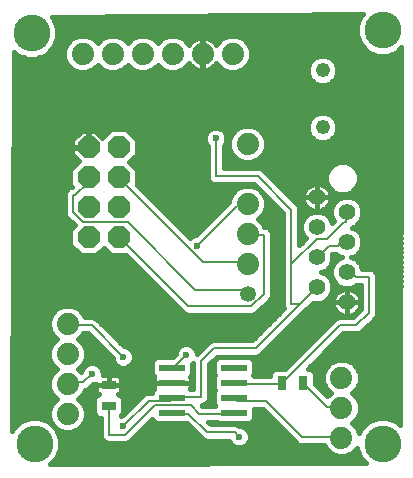
<source format=gbl>
G75*
%MOIN*%
%OFA0B0*%
%FSLAX24Y24*%
%IPPOS*%
%LPD*%
%AMOC8*
5,1,8,0,0,1.08239X$1,22.5*
%
%ADD10R,0.0870X0.0240*%
%ADD11C,0.0480*%
%ADD12R,0.0472X0.0315*%
%ADD13R,0.0315X0.0472*%
%ADD14C,0.0740*%
%ADD15C,0.0531*%
%ADD16OC8,0.0740*%
%ADD17C,0.0560*%
%ADD18C,0.0059*%
%ADD19C,0.0236*%
%ADD20C,0.0160*%
%ADD21C,0.1227*%
D10*
X007670Y003720D03*
X007670Y004220D03*
X007670Y004720D03*
X007670Y005220D03*
X009730Y005220D03*
X009730Y004720D03*
X009730Y004220D03*
X009730Y003720D03*
D11*
X012680Y013230D03*
X012680Y015130D03*
D12*
X005550Y004654D03*
X005550Y003945D03*
D13*
X011316Y004710D03*
X012024Y004710D03*
D14*
X013310Y004880D03*
X013310Y003880D03*
X013310Y002880D03*
X010180Y008680D03*
X010180Y009680D03*
X010180Y010680D03*
X010180Y012680D03*
X009680Y015680D03*
X008680Y015680D03*
X007680Y015680D03*
X006680Y015680D03*
X005680Y015680D03*
X004680Y015680D03*
X004180Y006680D03*
X004180Y005680D03*
X004180Y004680D03*
X004180Y003680D03*
D15*
X010180Y007680D03*
D16*
X005880Y009570D03*
X005880Y010570D03*
X005880Y011570D03*
X005880Y012570D03*
X004880Y012570D03*
X004880Y011570D03*
X004880Y010570D03*
X004880Y009570D03*
D17*
X012490Y009900D03*
X012490Y010900D03*
X013490Y010400D03*
X013490Y009400D03*
X013490Y008400D03*
X013490Y007400D03*
X012490Y007900D03*
X012490Y008900D03*
D18*
X012550Y008940D01*
X012900Y009290D01*
X013180Y009290D01*
X013250Y009360D01*
X013460Y009360D01*
X013490Y009400D01*
X013460Y010060D02*
X013390Y010060D01*
X012830Y009500D01*
X012480Y009500D01*
X011710Y008730D01*
X011640Y008730D01*
X011640Y010480D01*
X010520Y011600D01*
X009120Y011600D01*
X009120Y012860D01*
X009820Y010620D02*
X010170Y010620D01*
X010180Y010680D01*
X009820Y010620D02*
X008490Y009290D01*
X008700Y008730D02*
X010170Y008730D01*
X010180Y008680D01*
X010030Y007820D02*
X008420Y007820D01*
X006180Y010060D01*
X004710Y010060D01*
X004360Y010410D01*
X004360Y010970D01*
X004430Y010970D01*
X004850Y011390D01*
X004850Y011530D01*
X004880Y011570D01*
X005880Y011570D02*
X005900Y011530D01*
X008700Y008730D01*
X008210Y007260D02*
X010310Y007260D01*
X010730Y007680D01*
X010730Y009640D01*
X010240Y009640D01*
X010180Y009680D01*
X011640Y008660D02*
X011640Y007330D01*
X011920Y007330D01*
X012490Y007900D01*
X011920Y007330D02*
X010450Y005860D01*
X009050Y005860D01*
X008630Y005440D01*
X008630Y004250D01*
X007720Y004250D01*
X007670Y004220D01*
X007650Y004180D01*
X007580Y004110D01*
X006880Y004110D01*
X006040Y003270D01*
X006110Y002990D02*
X007090Y003970D01*
X008280Y003970D01*
X008560Y003690D01*
X009680Y003690D01*
X009730Y003720D01*
X009820Y004110D02*
X010800Y004110D01*
X011990Y002920D01*
X013250Y002920D01*
X013310Y002880D01*
X013310Y003880D02*
X013250Y003900D01*
X012830Y003900D01*
X012060Y004670D01*
X012024Y004710D01*
X011360Y004740D02*
X011316Y004710D01*
X011290Y004670D01*
X009750Y004670D01*
X009730Y004720D01*
X009730Y004220D02*
X009750Y004180D01*
X009820Y004110D01*
X009750Y003060D02*
X008840Y003060D01*
X008210Y003690D01*
X007720Y003690D01*
X007670Y003720D01*
X007670Y005220D02*
X007720Y005230D01*
X008140Y005650D01*
X008210Y007260D02*
X005900Y009570D01*
X005880Y009570D01*
X004990Y006630D02*
X004220Y006630D01*
X004180Y006680D01*
X004990Y006630D02*
X006040Y005580D01*
X004990Y005020D02*
X004710Y004740D01*
X004220Y004740D01*
X004180Y004680D01*
X005550Y003945D02*
X005550Y002990D01*
X006110Y002990D01*
X009750Y003060D02*
X009890Y002920D01*
X011360Y004740D02*
X013250Y006630D01*
X013810Y006630D01*
X014230Y007050D01*
X014230Y008240D01*
X013810Y008240D01*
X013600Y008450D01*
X013530Y008450D01*
X013490Y008400D01*
X013460Y010060D02*
X013460Y010340D01*
X013490Y010400D01*
X011710Y008730D02*
X011640Y008660D01*
X010180Y007680D02*
X010170Y007680D01*
X010030Y007820D01*
D19*
X008490Y009290D03*
X009120Y012860D03*
X008140Y005650D03*
X006040Y005580D03*
X004990Y005020D03*
X006040Y003270D03*
X009890Y002920D03*
D20*
X002338Y003118D02*
X002412Y015741D01*
X002497Y015656D01*
X002810Y015526D01*
X003150Y015526D01*
X003463Y015656D01*
X003703Y015896D01*
X003833Y016210D01*
X003833Y016549D01*
X003703Y016863D01*
X003655Y016911D01*
X014013Y017020D01*
X013957Y016963D01*
X013827Y016649D01*
X013827Y016310D01*
X013957Y015996D01*
X014197Y015756D01*
X014510Y015626D01*
X014850Y015626D01*
X015163Y015756D01*
X015306Y015898D01*
X015265Y003302D01*
X015163Y003403D01*
X014850Y003533D01*
X014510Y003533D01*
X014197Y003403D01*
X013957Y003163D01*
X013905Y003038D01*
X013827Y003225D01*
X013673Y003380D01*
X013827Y003534D01*
X013920Y003758D01*
X013920Y004001D01*
X013827Y004225D01*
X013673Y004380D01*
X013827Y004534D01*
X013920Y004758D01*
X013920Y005001D01*
X013827Y005225D01*
X013656Y005397D01*
X013431Y005490D01*
X013189Y005490D01*
X012964Y005397D01*
X012793Y005225D01*
X012700Y005001D01*
X012700Y004758D01*
X012793Y004534D01*
X012947Y004380D01*
X012839Y004272D01*
X012422Y004689D01*
X012422Y004994D01*
X012385Y005082D01*
X012318Y005149D01*
X012230Y005186D01*
X012187Y005186D01*
X013362Y006360D01*
X013864Y006360D01*
X013963Y006401D01*
X014038Y006477D01*
X014383Y006821D01*
X014458Y006897D01*
X014500Y006996D01*
X014500Y008293D01*
X014458Y008392D01*
X014383Y008468D01*
X014284Y008509D01*
X014007Y008509D01*
X013931Y008694D01*
X013785Y008841D01*
X013642Y008900D01*
X013785Y008959D01*
X013931Y009105D01*
X014010Y009296D01*
X014010Y009503D01*
X013931Y009694D01*
X013785Y009841D01*
X013670Y009888D01*
X013688Y009907D01*
X013695Y009922D01*
X013785Y009959D01*
X013931Y010105D01*
X014010Y010296D01*
X014010Y010503D01*
X013931Y010694D01*
X013785Y010841D01*
X013593Y010920D01*
X013387Y010920D01*
X013195Y010841D01*
X013049Y010694D01*
X012970Y010503D01*
X012970Y010296D01*
X013049Y010105D01*
X013052Y010103D01*
X012993Y010044D01*
X012931Y010194D01*
X012785Y010341D01*
X012593Y010420D01*
X012387Y010420D01*
X012195Y010341D01*
X012049Y010194D01*
X011970Y010003D01*
X011970Y009796D01*
X012049Y009605D01*
X012127Y009528D01*
X011910Y009310D01*
X011910Y010533D01*
X011868Y010632D01*
X011793Y010708D01*
X010673Y011828D01*
X010574Y011869D01*
X009390Y011869D01*
X009390Y012623D01*
X009424Y012657D01*
X009478Y012788D01*
X009478Y012931D01*
X009424Y013063D01*
X009323Y013163D01*
X009191Y013218D01*
X009049Y013218D01*
X008917Y013163D01*
X008816Y013063D01*
X008762Y012931D01*
X008762Y012788D01*
X008816Y012657D01*
X008850Y012623D01*
X008850Y011546D01*
X008892Y011447D01*
X008967Y011371D01*
X009066Y011330D01*
X010408Y011330D01*
X011370Y010368D01*
X011370Y007276D01*
X011404Y007195D01*
X010338Y006129D01*
X008996Y006129D01*
X008897Y006088D01*
X008498Y005689D01*
X008498Y005721D01*
X008444Y005853D01*
X008343Y005953D01*
X008211Y006008D01*
X008069Y006008D01*
X007937Y005953D01*
X007836Y005853D01*
X007782Y005721D01*
X007782Y005673D01*
X007689Y005580D01*
X007187Y005580D01*
X007099Y005543D01*
X007032Y005476D01*
X006995Y005387D01*
X006995Y005052D01*
X007032Y004964D01*
X007074Y004921D01*
X007067Y004909D01*
X007055Y004863D01*
X007055Y004720D01*
X007670Y004720D01*
X007670Y004720D01*
X008285Y004720D01*
X008285Y004863D01*
X008273Y004909D01*
X008266Y004921D01*
X008308Y004964D01*
X008345Y005052D01*
X008345Y005348D01*
X008360Y005364D01*
X008360Y004519D01*
X008266Y004519D01*
X008273Y004530D01*
X008285Y004576D01*
X008285Y004720D01*
X007670Y004720D01*
X007670Y004720D01*
X007055Y004720D01*
X007055Y004576D01*
X007067Y004530D01*
X007074Y004518D01*
X007032Y004476D01*
X006995Y004387D01*
X006995Y004379D01*
X006826Y004379D01*
X006727Y004338D01*
X006652Y004262D01*
X006017Y003628D01*
X005969Y003628D01*
X005963Y003626D01*
X005990Y003652D01*
X006026Y003740D01*
X006026Y004151D01*
X005990Y004239D01*
X005922Y004306D01*
X005861Y004332D01*
X005897Y004353D01*
X005930Y004386D01*
X005954Y004427D01*
X005966Y004473D01*
X005966Y004654D01*
X005550Y004654D01*
X005134Y004654D01*
X005134Y004473D01*
X005146Y004427D01*
X005170Y004386D01*
X005203Y004353D01*
X005239Y004332D01*
X005178Y004306D01*
X005110Y004239D01*
X005074Y004151D01*
X005074Y003740D01*
X005110Y003652D01*
X005178Y003584D01*
X005266Y003548D01*
X005280Y003548D01*
X005280Y002936D01*
X005322Y002837D01*
X005397Y002761D01*
X005496Y002720D01*
X006164Y002720D01*
X006263Y002761D01*
X007012Y003511D01*
X007032Y003464D01*
X007099Y003396D01*
X007187Y003360D01*
X008153Y003360D01*
X008157Y003362D01*
X008687Y002831D01*
X008786Y002790D01*
X009556Y002790D01*
X009586Y002717D01*
X009687Y002616D01*
X009819Y002562D01*
X009961Y002562D01*
X010093Y002616D01*
X010194Y002717D01*
X010248Y002848D01*
X010248Y002991D01*
X010194Y003123D01*
X010093Y003223D01*
X009961Y003278D01*
X009913Y003278D01*
X009903Y003288D01*
X009804Y003329D01*
X008952Y003329D01*
X008861Y003420D01*
X009135Y003420D01*
X009159Y003396D01*
X009247Y003360D01*
X010213Y003360D01*
X010301Y003396D01*
X010368Y003464D01*
X010405Y003552D01*
X010405Y003840D01*
X010688Y003840D01*
X011762Y002767D01*
X011837Y002691D01*
X011936Y002650D01*
X012745Y002650D01*
X012793Y002534D01*
X012964Y002363D01*
X013189Y002270D01*
X013431Y002270D01*
X013656Y002363D01*
X013827Y002534D01*
X013827Y002510D01*
X013957Y002196D01*
X014126Y002027D01*
X003610Y002003D01*
X003803Y002196D01*
X003933Y002510D01*
X003933Y002849D01*
X003803Y003163D01*
X003563Y003403D01*
X003250Y003533D01*
X002910Y003533D01*
X002597Y003403D01*
X002357Y003163D01*
X002338Y003118D01*
X002338Y003203D02*
X002396Y003203D01*
X002339Y003361D02*
X002555Y003361D01*
X002340Y003520D02*
X002878Y003520D01*
X003282Y003520D02*
X003586Y003520D01*
X003570Y003558D02*
X003663Y003334D01*
X003834Y003163D01*
X004059Y003070D01*
X004301Y003070D01*
X004526Y003163D01*
X004697Y003334D01*
X004790Y003558D01*
X004790Y003801D01*
X004697Y004025D01*
X004543Y004180D01*
X004697Y004334D01*
X004753Y004470D01*
X004764Y004470D01*
X004863Y004511D01*
X004938Y004587D01*
X005013Y004662D01*
X005061Y004662D01*
X005134Y004692D01*
X005134Y004654D01*
X005550Y004654D01*
X005550Y004654D01*
X005550Y004654D01*
X005966Y004654D01*
X005966Y004835D01*
X005954Y004881D01*
X005930Y004922D01*
X005897Y004956D01*
X005856Y004979D01*
X005810Y004992D01*
X005550Y004992D01*
X005550Y004654D01*
X005550Y004992D01*
X005348Y004992D01*
X005348Y005091D01*
X005294Y005223D01*
X005193Y005323D01*
X005061Y005378D01*
X004919Y005378D01*
X004787Y005323D01*
X004686Y005223D01*
X004632Y005091D01*
X004632Y005090D01*
X004543Y005180D01*
X004697Y005334D01*
X004790Y005558D01*
X004790Y005801D01*
X004697Y006025D01*
X004543Y006180D01*
X004697Y006334D01*
X004708Y006360D01*
X004878Y006360D01*
X005682Y005557D01*
X005682Y005508D01*
X005736Y005377D01*
X005837Y005276D01*
X005969Y005222D01*
X006111Y005222D01*
X006243Y005276D01*
X006344Y005377D01*
X006398Y005508D01*
X006398Y005651D01*
X006344Y005783D01*
X006243Y005883D01*
X006111Y005938D01*
X006063Y005938D01*
X005218Y006782D01*
X005143Y006858D01*
X005044Y006899D01*
X004749Y006899D01*
X004697Y007025D01*
X004526Y007197D01*
X004301Y007290D01*
X004059Y007290D01*
X003834Y007197D01*
X003663Y007025D01*
X003570Y006801D01*
X003570Y006558D01*
X003663Y006334D01*
X003817Y006180D01*
X003663Y006025D01*
X003570Y005801D01*
X003570Y005558D01*
X003663Y005334D01*
X003817Y005180D01*
X003663Y005025D01*
X003570Y004801D01*
X003570Y004558D01*
X003663Y004334D01*
X003817Y004180D01*
X003663Y004025D01*
X003570Y003801D01*
X003570Y003558D01*
X003570Y003678D02*
X002341Y003678D01*
X002342Y003837D02*
X003585Y003837D01*
X003650Y003995D02*
X002343Y003995D01*
X002344Y004154D02*
X003791Y004154D01*
X003685Y004312D02*
X002345Y004312D01*
X002346Y004471D02*
X003606Y004471D01*
X003570Y004629D02*
X002347Y004629D01*
X002348Y004788D02*
X003570Y004788D01*
X003630Y004946D02*
X002349Y004946D01*
X002350Y005105D02*
X003742Y005105D01*
X003734Y005263D02*
X002351Y005263D01*
X002351Y005422D02*
X003627Y005422D01*
X003570Y005580D02*
X002352Y005580D01*
X002353Y005739D02*
X003570Y005739D01*
X003610Y005897D02*
X002354Y005897D01*
X002355Y006056D02*
X003693Y006056D01*
X003783Y006214D02*
X002356Y006214D01*
X002357Y006373D02*
X003647Y006373D01*
X003581Y006531D02*
X002358Y006531D01*
X002359Y006690D02*
X003570Y006690D01*
X003590Y006848D02*
X002360Y006848D01*
X002361Y007007D02*
X003655Y007007D01*
X003803Y007165D02*
X002362Y007165D01*
X002363Y007324D02*
X007765Y007324D01*
X007606Y007482D02*
X002363Y007482D01*
X002364Y007641D02*
X007448Y007641D01*
X007289Y007799D02*
X002365Y007799D01*
X002366Y007958D02*
X007131Y007958D01*
X006972Y008116D02*
X002367Y008116D01*
X002368Y008275D02*
X006814Y008275D01*
X006655Y008433D02*
X002369Y008433D01*
X002370Y008592D02*
X006497Y008592D01*
X006338Y008750D02*
X002371Y008750D01*
X002372Y008909D02*
X006180Y008909D01*
X006129Y008960D02*
X007982Y007107D01*
X008057Y007031D01*
X008156Y006990D01*
X010364Y006990D01*
X010463Y007031D01*
X010883Y007451D01*
X010958Y007527D01*
X011000Y007626D01*
X011000Y009693D01*
X010958Y009792D01*
X010883Y009868D01*
X010784Y009909D01*
X010745Y009909D01*
X010697Y010025D01*
X010543Y010180D01*
X010697Y010334D01*
X010790Y010558D01*
X010790Y010801D01*
X010697Y011025D01*
X010526Y011197D01*
X010301Y011290D01*
X010059Y011290D01*
X009834Y011197D01*
X009663Y011025D01*
X009570Y010801D01*
X009570Y010751D01*
X008467Y009648D01*
X008419Y009648D01*
X008287Y009593D01*
X008252Y009559D01*
X006490Y011321D01*
X006490Y011822D01*
X006243Y012070D01*
X006490Y012317D01*
X006490Y012822D01*
X006133Y013180D01*
X005627Y013180D01*
X005338Y012890D01*
X005108Y013120D01*
X004900Y013120D01*
X004900Y012590D01*
X004860Y012590D01*
X004860Y013120D01*
X004652Y013120D01*
X004330Y012798D01*
X004330Y012590D01*
X004860Y012590D01*
X004860Y012550D01*
X004330Y012550D01*
X004330Y012342D01*
X004560Y012112D01*
X004270Y011822D01*
X004270Y011317D01*
X004333Y011254D01*
X004318Y011239D01*
X004306Y011239D01*
X004207Y011198D01*
X004132Y011122D01*
X004090Y011023D01*
X004090Y010356D01*
X004132Y010257D01*
X004207Y010181D01*
X004418Y009970D01*
X004270Y009822D01*
X004270Y009317D01*
X004627Y008960D01*
X005133Y008960D01*
X005380Y009207D01*
X005627Y008960D01*
X006129Y008960D01*
X005520Y009067D02*
X005240Y009067D01*
X004520Y009067D02*
X002373Y009067D01*
X002374Y009226D02*
X004361Y009226D01*
X004270Y009384D02*
X002375Y009384D01*
X002376Y009543D02*
X004270Y009543D01*
X004270Y009701D02*
X002376Y009701D01*
X002377Y009860D02*
X004307Y009860D01*
X004370Y010018D02*
X002378Y010018D01*
X002379Y010177D02*
X004212Y010177D01*
X004099Y010335D02*
X002380Y010335D01*
X002381Y010494D02*
X004090Y010494D01*
X004090Y010652D02*
X002382Y010652D01*
X002383Y010811D02*
X004090Y010811D01*
X004090Y010969D02*
X002384Y010969D01*
X002385Y011128D02*
X004137Y011128D01*
X004301Y011286D02*
X002386Y011286D01*
X002387Y011445D02*
X004270Y011445D01*
X004270Y011603D02*
X002388Y011603D01*
X002389Y011762D02*
X004270Y011762D01*
X004368Y011920D02*
X002389Y011920D01*
X002390Y012079D02*
X004526Y012079D01*
X004435Y012237D02*
X002391Y012237D01*
X002392Y012396D02*
X004330Y012396D01*
X004330Y012713D02*
X002394Y012713D01*
X002395Y012871D02*
X004404Y012871D01*
X004562Y013030D02*
X002396Y013030D01*
X002397Y013188D02*
X008977Y013188D01*
X008803Y013030D02*
X006283Y013030D01*
X006441Y012871D02*
X008762Y012871D01*
X008793Y012713D02*
X006490Y012713D01*
X006490Y012554D02*
X008850Y012554D01*
X008850Y012396D02*
X006490Y012396D01*
X006410Y012237D02*
X008850Y012237D01*
X008850Y012079D02*
X006252Y012079D01*
X006392Y011920D02*
X008850Y011920D01*
X008850Y011762D02*
X006490Y011762D01*
X006490Y011603D02*
X008850Y011603D01*
X008894Y011445D02*
X006490Y011445D01*
X006525Y011286D02*
X010050Y011286D01*
X010310Y011286D02*
X010452Y011286D01*
X010595Y011128D02*
X010611Y011128D01*
X010720Y010969D02*
X010769Y010969D01*
X010786Y010811D02*
X010928Y010811D01*
X010790Y010652D02*
X011086Y010652D01*
X011245Y010494D02*
X010763Y010494D01*
X010698Y010335D02*
X011370Y010335D01*
X011370Y010177D02*
X010546Y010177D01*
X010700Y010018D02*
X011370Y010018D01*
X011370Y009860D02*
X010891Y009860D01*
X010996Y009701D02*
X011370Y009701D01*
X011370Y009543D02*
X011000Y009543D01*
X011000Y009384D02*
X011370Y009384D01*
X011370Y009226D02*
X011000Y009226D01*
X011000Y009067D02*
X011370Y009067D01*
X011370Y008909D02*
X011000Y008909D01*
X011000Y008750D02*
X011370Y008750D01*
X011370Y008592D02*
X011000Y008592D01*
X011000Y008433D02*
X011370Y008433D01*
X011370Y008275D02*
X011000Y008275D01*
X011000Y008116D02*
X011370Y008116D01*
X011370Y007958D02*
X011000Y007958D01*
X011000Y007799D02*
X011370Y007799D01*
X011370Y007641D02*
X011000Y007641D01*
X010914Y007482D02*
X011370Y007482D01*
X011370Y007324D02*
X010755Y007324D01*
X010597Y007165D02*
X011374Y007165D01*
X011216Y007007D02*
X010404Y007007D01*
X010740Y006531D02*
X005470Y006531D01*
X005628Y006373D02*
X010582Y006373D01*
X010423Y006214D02*
X005787Y006214D01*
X005945Y006056D02*
X008865Y006056D01*
X008706Y005897D02*
X008399Y005897D01*
X008491Y005739D02*
X008548Y005739D01*
X008360Y005263D02*
X008345Y005263D01*
X008345Y005105D02*
X008360Y005105D01*
X008360Y004946D02*
X008291Y004946D01*
X008285Y004788D02*
X008360Y004788D01*
X008360Y004629D02*
X008285Y004629D01*
X008651Y003980D02*
X008684Y003980D01*
X008783Y004021D01*
X008858Y004097D01*
X008900Y004196D01*
X008900Y005328D01*
X009162Y005590D01*
X010504Y005590D01*
X010603Y005631D01*
X010678Y005707D01*
X012073Y007101D01*
X012148Y007177D01*
X012362Y007390D01*
X012387Y007380D01*
X012593Y007380D01*
X012785Y007459D01*
X012931Y007605D01*
X013010Y007796D01*
X013010Y008003D01*
X012931Y008194D01*
X012785Y008341D01*
X012642Y008400D01*
X012785Y008459D01*
X012931Y008605D01*
X013010Y008796D01*
X013010Y009003D01*
X013005Y009014D01*
X013012Y009020D01*
X013134Y009020D01*
X013195Y008959D01*
X013338Y008900D01*
X013195Y008841D01*
X013049Y008694D01*
X012970Y008503D01*
X012970Y008296D01*
X013049Y008105D01*
X013195Y007959D01*
X013387Y007880D01*
X013593Y007880D01*
X013785Y007959D01*
X013796Y007970D01*
X013960Y007970D01*
X013960Y007161D01*
X013698Y006899D01*
X013196Y006899D01*
X013097Y006858D01*
X013022Y006782D01*
X011425Y005186D01*
X011110Y005186D01*
X011022Y005149D01*
X010955Y005082D01*
X010918Y004994D01*
X010918Y004939D01*
X010384Y004939D01*
X010371Y004970D01*
X010405Y005052D01*
X010405Y005387D01*
X010368Y005476D01*
X010301Y005543D01*
X010213Y005580D01*
X009247Y005580D01*
X009159Y005543D01*
X009092Y005476D01*
X009055Y005387D01*
X009055Y005052D01*
X009089Y004970D01*
X009055Y004887D01*
X009055Y004552D01*
X009089Y004470D01*
X009055Y004387D01*
X009055Y004052D01*
X009089Y003970D01*
X009085Y003959D01*
X008672Y003959D01*
X008651Y003980D01*
X008720Y003995D02*
X009079Y003995D01*
X009055Y004154D02*
X008882Y004154D01*
X008900Y004312D02*
X009055Y004312D01*
X009089Y004471D02*
X008900Y004471D01*
X008900Y004629D02*
X009055Y004629D01*
X009055Y004788D02*
X008900Y004788D01*
X008900Y004946D02*
X009079Y004946D01*
X009055Y005105D02*
X008900Y005105D01*
X008900Y005263D02*
X009055Y005263D01*
X009069Y005422D02*
X008993Y005422D01*
X009152Y005580D02*
X011819Y005580D01*
X011661Y005422D02*
X010391Y005422D01*
X010405Y005263D02*
X011502Y005263D01*
X010978Y005105D02*
X010405Y005105D01*
X010381Y004946D02*
X010918Y004946D01*
X010710Y005739D02*
X011978Y005739D01*
X012136Y005897D02*
X010869Y005897D01*
X011027Y006056D02*
X012295Y006056D01*
X012453Y006214D02*
X011186Y006214D01*
X011344Y006373D02*
X012612Y006373D01*
X012770Y006531D02*
X011503Y006531D01*
X011661Y006690D02*
X012929Y006690D01*
X013087Y006848D02*
X011820Y006848D01*
X011978Y007007D02*
X013248Y007007D01*
X013249Y007006D02*
X013313Y006973D01*
X013382Y006951D01*
X013454Y006940D01*
X013490Y006940D01*
X013490Y007400D01*
X013490Y007860D01*
X013454Y007860D01*
X013382Y007848D01*
X013313Y007826D01*
X013249Y007793D01*
X013190Y007751D01*
X013139Y007699D01*
X013097Y007641D01*
X013064Y007576D01*
X013041Y007507D01*
X013030Y007436D01*
X013030Y007400D01*
X013490Y007400D01*
X013490Y007400D01*
X013490Y007860D01*
X013526Y007860D01*
X013598Y007848D01*
X013667Y007826D01*
X013731Y007793D01*
X013790Y007751D01*
X013841Y007699D01*
X013883Y007641D01*
X013916Y007576D01*
X013939Y007507D01*
X013950Y007436D01*
X013950Y007400D01*
X013490Y007400D01*
X013490Y007400D01*
X013490Y007400D01*
X013030Y007400D01*
X013030Y007364D01*
X013041Y007292D01*
X013064Y007223D01*
X013097Y007159D01*
X013139Y007100D01*
X013190Y007049D01*
X013249Y007006D01*
X013093Y007165D02*
X012137Y007165D01*
X012148Y007177D02*
X012148Y007177D01*
X012073Y007101D02*
X012073Y007101D01*
X012295Y007324D02*
X013036Y007324D01*
X013037Y007482D02*
X012808Y007482D01*
X012946Y007641D02*
X013097Y007641D01*
X013010Y007799D02*
X013261Y007799D01*
X013198Y007958D02*
X013010Y007958D01*
X013045Y008116D02*
X012963Y008116D01*
X012979Y008275D02*
X012850Y008275D01*
X012970Y008433D02*
X012723Y008433D01*
X012917Y008592D02*
X013007Y008592D01*
X012991Y008750D02*
X013105Y008750D01*
X013010Y008909D02*
X013317Y008909D01*
X013663Y008909D02*
X015283Y008909D01*
X015284Y009067D02*
X013893Y009067D01*
X013981Y009226D02*
X015284Y009226D01*
X015285Y009384D02*
X014010Y009384D01*
X013994Y009543D02*
X015285Y009543D01*
X015286Y009701D02*
X013924Y009701D01*
X013738Y009860D02*
X015286Y009860D01*
X015287Y010018D02*
X013844Y010018D01*
X013960Y010177D02*
X015287Y010177D01*
X015288Y010335D02*
X014010Y010335D01*
X014010Y010494D02*
X015288Y010494D01*
X015289Y010652D02*
X013948Y010652D01*
X013814Y010811D02*
X015289Y010811D01*
X015290Y010969D02*
X012945Y010969D01*
X012950Y010936D02*
X012939Y011007D01*
X012916Y011076D01*
X012883Y011141D01*
X012841Y011199D01*
X012790Y011251D01*
X012731Y011293D01*
X012667Y011326D01*
X012598Y011348D01*
X012526Y011360D01*
X012490Y011360D01*
X012454Y011360D01*
X012382Y011348D01*
X012313Y011326D01*
X012249Y011293D01*
X012190Y011251D01*
X012139Y011199D01*
X012097Y011141D01*
X012064Y011076D01*
X012041Y011007D01*
X012030Y010936D01*
X012030Y010900D01*
X012490Y010900D01*
X012490Y011360D01*
X012490Y010900D01*
X012490Y010900D01*
X012490Y010900D01*
X012950Y010900D01*
X012950Y010936D01*
X012950Y010900D02*
X012490Y010900D01*
X012490Y010900D01*
X012030Y010900D01*
X012030Y010864D01*
X012041Y010792D01*
X012064Y010723D01*
X012097Y010659D01*
X012139Y010600D01*
X012190Y010549D01*
X012249Y010506D01*
X012313Y010473D01*
X012382Y010451D01*
X012454Y010440D01*
X012490Y010440D01*
X012490Y010900D01*
X012490Y010440D01*
X012526Y010440D01*
X012598Y010451D01*
X012667Y010473D01*
X012731Y010506D01*
X012790Y010549D01*
X012841Y010600D01*
X012883Y010659D01*
X012916Y010723D01*
X012939Y010792D01*
X012950Y010864D01*
X012950Y010900D01*
X012942Y010811D02*
X013166Y010811D01*
X013240Y011002D02*
X013453Y011002D01*
X013650Y011084D01*
X013800Y011234D01*
X013882Y011431D01*
X013882Y011644D01*
X013800Y011841D01*
X013650Y011991D01*
X013453Y012073D01*
X013240Y012073D01*
X013043Y011991D01*
X012893Y011841D01*
X012811Y011644D01*
X012811Y011431D01*
X012893Y011234D01*
X013043Y011084D01*
X013240Y011002D01*
X012999Y011128D02*
X012890Y011128D01*
X012871Y011286D02*
X012741Y011286D01*
X012811Y011445D02*
X011056Y011445D01*
X010898Y011603D02*
X012811Y011603D01*
X012860Y011762D02*
X010739Y011762D01*
X010323Y012079D02*
X015293Y012079D01*
X015294Y012237D02*
X010600Y012237D01*
X010526Y012163D02*
X010697Y012334D01*
X010790Y012558D01*
X010790Y012801D01*
X010697Y013025D01*
X010526Y013197D01*
X010301Y013290D01*
X010059Y013290D01*
X009834Y013197D01*
X009663Y013025D01*
X009570Y012801D01*
X009570Y012558D01*
X009663Y012334D01*
X009834Y012163D01*
X010059Y012070D01*
X010301Y012070D01*
X010526Y012163D01*
X010723Y012396D02*
X015294Y012396D01*
X015295Y012554D02*
X010788Y012554D01*
X010790Y012713D02*
X015295Y012713D01*
X015296Y012871D02*
X013000Y012871D01*
X012952Y012823D02*
X012775Y012750D01*
X012585Y012750D01*
X012408Y012823D01*
X012273Y012958D01*
X012200Y013134D01*
X012200Y013325D01*
X012273Y013502D01*
X012408Y013637D01*
X012585Y013710D01*
X012775Y013710D01*
X012952Y013637D01*
X013087Y013502D01*
X013160Y013325D01*
X013160Y013134D01*
X013087Y012958D01*
X012952Y012823D01*
X013117Y013030D02*
X015296Y013030D01*
X015297Y013188D02*
X013160Y013188D01*
X013151Y013347D02*
X015297Y013347D01*
X015298Y013505D02*
X013083Y013505D01*
X012886Y013664D02*
X015298Y013664D01*
X015299Y013822D02*
X002401Y013822D01*
X002400Y013664D02*
X012474Y013664D01*
X012277Y013505D02*
X002399Y013505D01*
X002398Y013347D02*
X012209Y013347D01*
X012200Y013188D02*
X010534Y013188D01*
X010693Y013030D02*
X012243Y013030D01*
X012360Y012871D02*
X010761Y012871D01*
X010037Y012079D02*
X009390Y012079D01*
X009390Y012237D02*
X009760Y012237D01*
X009637Y012396D02*
X009390Y012396D01*
X009390Y012554D02*
X009572Y012554D01*
X009570Y012713D02*
X009447Y012713D01*
X009478Y012871D02*
X009599Y012871D01*
X009667Y013030D02*
X009437Y013030D01*
X009263Y013188D02*
X009826Y013188D01*
X009390Y011920D02*
X012972Y011920D01*
X012490Y011286D02*
X012490Y011286D01*
X012490Y011128D02*
X012490Y011128D01*
X012490Y010969D02*
X012490Y010969D01*
X012490Y010900D02*
X012490Y010900D01*
X012490Y010811D02*
X012490Y010811D01*
X012490Y010652D02*
X012490Y010652D01*
X012490Y010494D02*
X012490Y010494D01*
X012274Y010494D02*
X011910Y010494D01*
X011910Y010335D02*
X012190Y010335D01*
X012042Y010177D02*
X011910Y010177D01*
X011910Y010018D02*
X011976Y010018D01*
X011970Y009860D02*
X011910Y009860D01*
X011910Y009701D02*
X012009Y009701D01*
X011910Y009543D02*
X012112Y009543D01*
X011983Y009384D02*
X011910Y009384D01*
X012790Y010335D02*
X012970Y010335D01*
X012970Y010494D02*
X012706Y010494D01*
X012879Y010652D02*
X013032Y010652D01*
X013020Y010177D02*
X012938Y010177D01*
X012101Y010652D02*
X011849Y010652D01*
X011690Y010811D02*
X012038Y010811D01*
X012035Y010969D02*
X011532Y010969D01*
X011373Y011128D02*
X012090Y011128D01*
X012239Y011286D02*
X011215Y011286D01*
X009765Y011128D02*
X006683Y011128D01*
X006842Y010969D02*
X009640Y010969D01*
X009574Y010811D02*
X007000Y010811D01*
X007159Y010652D02*
X009471Y010652D01*
X009313Y010494D02*
X007317Y010494D01*
X007476Y010335D02*
X009154Y010335D01*
X008996Y010177D02*
X007634Y010177D01*
X007793Y010018D02*
X008837Y010018D01*
X008679Y009860D02*
X007951Y009860D01*
X008110Y009701D02*
X008520Y009701D01*
X007923Y007165D02*
X004557Y007165D01*
X004705Y007007D02*
X008116Y007007D01*
X007881Y005897D02*
X006209Y005897D01*
X006362Y005739D02*
X007789Y005739D01*
X007689Y005580D02*
X006398Y005580D01*
X006362Y005422D02*
X007009Y005422D01*
X006995Y005263D02*
X006212Y005263D01*
X005868Y005263D02*
X005253Y005263D01*
X005342Y005105D02*
X006995Y005105D01*
X007049Y004946D02*
X005906Y004946D01*
X005966Y004788D02*
X007055Y004788D01*
X007055Y004629D02*
X005966Y004629D01*
X005966Y004471D02*
X007029Y004471D01*
X006701Y004312D02*
X005908Y004312D01*
X006025Y004154D02*
X006543Y004154D01*
X006384Y003995D02*
X006026Y003995D01*
X006026Y003837D02*
X006226Y003837D01*
X006067Y003678D02*
X006001Y003678D01*
X005280Y003520D02*
X004774Y003520D01*
X004790Y003678D02*
X005099Y003678D01*
X005074Y003837D02*
X004775Y003837D01*
X004710Y003995D02*
X005074Y003995D01*
X005075Y004154D02*
X004569Y004154D01*
X004675Y004312D02*
X005192Y004312D01*
X005134Y004471D02*
X004765Y004471D01*
X004981Y004629D02*
X005134Y004629D01*
X005550Y004654D02*
X005550Y004654D01*
X005550Y004788D02*
X005550Y004788D01*
X005550Y004946D02*
X005550Y004946D01*
X005718Y005422D02*
X004733Y005422D01*
X004727Y005263D02*
X004626Y005263D01*
X004618Y005105D02*
X004638Y005105D01*
X004790Y005580D02*
X005658Y005580D01*
X005500Y005739D02*
X004790Y005739D01*
X004750Y005897D02*
X005341Y005897D01*
X005183Y006056D02*
X004667Y006056D01*
X004577Y006214D02*
X005024Y006214D01*
X005311Y006690D02*
X010899Y006690D01*
X011057Y006848D02*
X005153Y006848D01*
X005280Y003361D02*
X004708Y003361D01*
X004566Y003203D02*
X005280Y003203D01*
X005280Y003044D02*
X003853Y003044D01*
X003794Y003203D02*
X003764Y003203D01*
X003652Y003361D02*
X003605Y003361D01*
X003918Y002886D02*
X005301Y002886D01*
X005479Y002727D02*
X003933Y002727D01*
X003933Y002569D02*
X009802Y002569D01*
X009978Y002569D02*
X012779Y002569D01*
X012917Y002410D02*
X003892Y002410D01*
X003826Y002252D02*
X013934Y002252D01*
X013868Y002410D02*
X013703Y002410D01*
X014060Y002093D02*
X003700Y002093D01*
X006181Y002727D02*
X009582Y002727D01*
X010113Y003203D02*
X011326Y003203D01*
X011167Y003361D02*
X010216Y003361D01*
X010392Y003520D02*
X011009Y003520D01*
X010850Y003678D02*
X010405Y003678D01*
X010405Y003837D02*
X010692Y003837D01*
X010226Y003044D02*
X011484Y003044D01*
X011643Y002886D02*
X010248Y002886D01*
X010198Y002727D02*
X011801Y002727D01*
X012799Y004312D02*
X012880Y004312D01*
X012856Y004471D02*
X012640Y004471D01*
X012753Y004629D02*
X012482Y004629D01*
X012422Y004788D02*
X012700Y004788D01*
X012700Y004946D02*
X012422Y004946D01*
X012362Y005105D02*
X012743Y005105D01*
X012831Y005263D02*
X012265Y005263D01*
X012423Y005422D02*
X013025Y005422D01*
X012740Y005739D02*
X015273Y005739D01*
X015273Y005897D02*
X012899Y005897D01*
X013057Y006056D02*
X015274Y006056D01*
X015274Y006214D02*
X013216Y006214D01*
X013894Y006373D02*
X015275Y006373D01*
X015275Y006531D02*
X014093Y006531D01*
X014038Y006477D02*
X014038Y006477D01*
X014251Y006690D02*
X015276Y006690D01*
X015276Y006848D02*
X014410Y006848D01*
X014383Y006821D02*
X014383Y006821D01*
X014500Y007007D02*
X015277Y007007D01*
X015277Y007165D02*
X014500Y007165D01*
X014500Y007324D02*
X015278Y007324D01*
X015278Y007482D02*
X014500Y007482D01*
X014500Y007641D02*
X015279Y007641D01*
X015279Y007799D02*
X014500Y007799D01*
X014500Y007958D02*
X015280Y007958D01*
X015281Y008116D02*
X014500Y008116D01*
X014500Y008275D02*
X015281Y008275D01*
X015282Y008433D02*
X014418Y008433D01*
X013973Y008592D02*
X015282Y008592D01*
X015283Y008750D02*
X013875Y008750D01*
X013960Y007958D02*
X013782Y007958D01*
X013719Y007799D02*
X013960Y007799D01*
X013960Y007641D02*
X013883Y007641D01*
X013943Y007482D02*
X013960Y007482D01*
X013950Y007400D02*
X013490Y007400D01*
X013490Y006940D01*
X013526Y006940D01*
X013598Y006951D01*
X013667Y006973D01*
X013731Y007006D01*
X013790Y007049D01*
X013841Y007100D01*
X013883Y007159D01*
X013916Y007223D01*
X013939Y007292D01*
X013950Y007364D01*
X013950Y007400D01*
X013944Y007324D02*
X013960Y007324D01*
X013960Y007165D02*
X013887Y007165D01*
X013806Y007007D02*
X013732Y007007D01*
X013490Y007007D02*
X013490Y007007D01*
X013490Y007165D02*
X013490Y007165D01*
X013490Y007324D02*
X013490Y007324D01*
X013490Y007400D02*
X013490Y007400D01*
X013490Y007482D02*
X013490Y007482D01*
X013490Y007641D02*
X013490Y007641D01*
X013490Y007799D02*
X013490Y007799D01*
X012582Y005580D02*
X015272Y005580D01*
X015272Y005422D02*
X013595Y005422D01*
X013789Y005263D02*
X015271Y005263D01*
X015271Y005105D02*
X013877Y005105D01*
X013920Y004946D02*
X015270Y004946D01*
X015270Y004788D02*
X013920Y004788D01*
X013867Y004629D02*
X015269Y004629D01*
X015269Y004471D02*
X013764Y004471D01*
X013740Y004312D02*
X015268Y004312D01*
X015268Y004154D02*
X013857Y004154D01*
X013920Y003995D02*
X015267Y003995D01*
X015267Y003837D02*
X013920Y003837D01*
X013887Y003678D02*
X015266Y003678D01*
X015266Y003520D02*
X014882Y003520D01*
X015205Y003361D02*
X015265Y003361D01*
X014478Y003520D02*
X013813Y003520D01*
X013691Y003361D02*
X014155Y003361D01*
X013996Y003203D02*
X013836Y003203D01*
X013902Y003044D02*
X013907Y003044D01*
X009244Y003361D02*
X008920Y003361D01*
X008633Y002886D02*
X006387Y002886D01*
X006546Y003044D02*
X008474Y003044D01*
X008316Y003203D02*
X006704Y003203D01*
X006863Y003361D02*
X007184Y003361D01*
X008156Y003361D02*
X008157Y003361D01*
X013694Y011128D02*
X015290Y011128D01*
X015291Y011286D02*
X013822Y011286D01*
X013882Y011445D02*
X015291Y011445D01*
X015292Y011603D02*
X013882Y011603D01*
X013833Y011762D02*
X015292Y011762D01*
X015293Y011920D02*
X013721Y011920D01*
X015299Y013981D02*
X002402Y013981D01*
X002402Y014139D02*
X015300Y014139D01*
X015300Y014298D02*
X002403Y014298D01*
X002404Y014456D02*
X015301Y014456D01*
X015301Y014615D02*
X002405Y014615D01*
X002406Y014773D02*
X012358Y014773D01*
X012408Y014723D02*
X012273Y014858D01*
X012200Y015034D01*
X012200Y015225D01*
X012273Y015402D01*
X012408Y015537D01*
X012585Y015610D01*
X012775Y015610D01*
X012952Y015537D01*
X013087Y015402D01*
X013160Y015225D01*
X013160Y015034D01*
X013087Y014858D01*
X012952Y014723D01*
X012775Y014650D01*
X012585Y014650D01*
X012408Y014723D01*
X012242Y014932D02*
X002407Y014932D01*
X002408Y015090D02*
X004509Y015090D01*
X004559Y015070D02*
X004801Y015070D01*
X005026Y015163D01*
X005180Y015317D01*
X005334Y015163D01*
X005559Y015070D01*
X005801Y015070D01*
X006026Y015163D01*
X006180Y015317D01*
X006334Y015163D01*
X006559Y015070D01*
X006801Y015070D01*
X007026Y015163D01*
X007180Y015317D01*
X007334Y015163D01*
X007559Y015070D01*
X007801Y015070D01*
X008026Y015163D01*
X008197Y015334D01*
X008217Y015382D01*
X008260Y015321D01*
X008322Y015260D01*
X008392Y015209D01*
X008469Y015170D01*
X008551Y015143D01*
X008637Y015130D01*
X008660Y015130D01*
X008660Y015660D01*
X008700Y015660D01*
X008700Y015130D01*
X008723Y015130D01*
X008809Y015143D01*
X008891Y015170D01*
X008968Y015209D01*
X009038Y015260D01*
X009100Y015321D01*
X009143Y015382D01*
X009163Y015334D01*
X009334Y015163D01*
X009559Y015070D01*
X009801Y015070D01*
X010026Y015163D01*
X010197Y015334D01*
X010290Y015558D01*
X010290Y015801D01*
X010197Y016025D01*
X010026Y016197D01*
X009801Y016290D01*
X009559Y016290D01*
X009334Y016197D01*
X009163Y016025D01*
X009143Y015978D01*
X009100Y016038D01*
X009038Y016099D01*
X008968Y016150D01*
X008891Y016189D01*
X008809Y016216D01*
X008723Y016230D01*
X008700Y016230D01*
X008700Y015700D01*
X008660Y015700D01*
X008660Y016230D01*
X008637Y016230D01*
X008551Y016216D01*
X008469Y016189D01*
X008392Y016150D01*
X008322Y016099D01*
X008260Y016038D01*
X008217Y015978D01*
X008197Y016025D01*
X008026Y016197D01*
X007801Y016290D01*
X007559Y016290D01*
X007334Y016197D01*
X007180Y016042D01*
X007026Y016197D01*
X006801Y016290D01*
X006559Y016290D01*
X006334Y016197D01*
X006180Y016042D01*
X006026Y016197D01*
X005801Y016290D01*
X005559Y016290D01*
X005334Y016197D01*
X005180Y016042D01*
X005026Y016197D01*
X004801Y016290D01*
X004559Y016290D01*
X004334Y016197D01*
X004163Y016025D01*
X004070Y015801D01*
X004070Y015558D01*
X004163Y015334D01*
X004334Y015163D01*
X004559Y015070D01*
X004851Y015090D02*
X005509Y015090D01*
X005248Y015249D02*
X005112Y015249D01*
X005851Y015090D02*
X006509Y015090D01*
X006248Y015249D02*
X006112Y015249D01*
X006851Y015090D02*
X007509Y015090D01*
X007248Y015249D02*
X007112Y015249D01*
X007851Y015090D02*
X009509Y015090D01*
X009248Y015249D02*
X009023Y015249D01*
X008700Y015249D02*
X008660Y015249D01*
X008660Y015407D02*
X008700Y015407D01*
X008700Y015566D02*
X008660Y015566D01*
X008660Y015724D02*
X008700Y015724D01*
X008700Y015883D02*
X008660Y015883D01*
X008660Y016041D02*
X008700Y016041D01*
X008700Y016200D02*
X008660Y016200D01*
X008501Y016200D02*
X008019Y016200D01*
X008181Y016041D02*
X008264Y016041D01*
X008859Y016200D02*
X009341Y016200D01*
X009179Y016041D02*
X009096Y016041D01*
X008337Y015249D02*
X008112Y015249D01*
X007341Y016200D02*
X007019Y016200D01*
X006341Y016200D02*
X006019Y016200D01*
X005341Y016200D02*
X005019Y016200D01*
X004341Y016200D02*
X003829Y016200D01*
X003833Y016358D02*
X013827Y016358D01*
X013827Y016517D02*
X003833Y016517D01*
X003781Y016675D02*
X013837Y016675D01*
X013903Y016834D02*
X003716Y016834D01*
X003763Y016041D02*
X004179Y016041D01*
X004104Y015883D02*
X003690Y015883D01*
X003531Y015724D02*
X004070Y015724D01*
X004070Y015566D02*
X003245Y015566D01*
X002715Y015566D02*
X002411Y015566D01*
X002412Y015724D02*
X002429Y015724D01*
X002410Y015407D02*
X004133Y015407D01*
X004248Y015249D02*
X002409Y015249D01*
X002393Y012554D02*
X004860Y012554D01*
X004860Y012713D02*
X004900Y012713D01*
X004900Y012871D02*
X004860Y012871D01*
X004860Y013030D02*
X004900Y013030D01*
X005198Y013030D02*
X005477Y013030D01*
X009851Y015090D02*
X012200Y015090D01*
X012210Y015249D02*
X010112Y015249D01*
X010227Y015407D02*
X012279Y015407D01*
X012478Y015566D02*
X010290Y015566D01*
X010290Y015724D02*
X014274Y015724D01*
X014070Y015883D02*
X010256Y015883D01*
X010181Y016041D02*
X013938Y016041D01*
X013872Y016200D02*
X010019Y016200D01*
X011394Y016992D02*
X013986Y016992D01*
X015086Y015724D02*
X015305Y015724D01*
X015305Y015566D02*
X012882Y015566D01*
X013081Y015407D02*
X015304Y015407D01*
X015304Y015249D02*
X013150Y015249D01*
X013160Y015090D02*
X015303Y015090D01*
X015303Y014932D02*
X013118Y014932D01*
X013002Y014773D02*
X015302Y014773D01*
X015290Y015883D02*
X015306Y015883D01*
D21*
X014680Y016480D03*
X002980Y016380D03*
X003080Y002680D03*
X014680Y002680D03*
M02*

</source>
